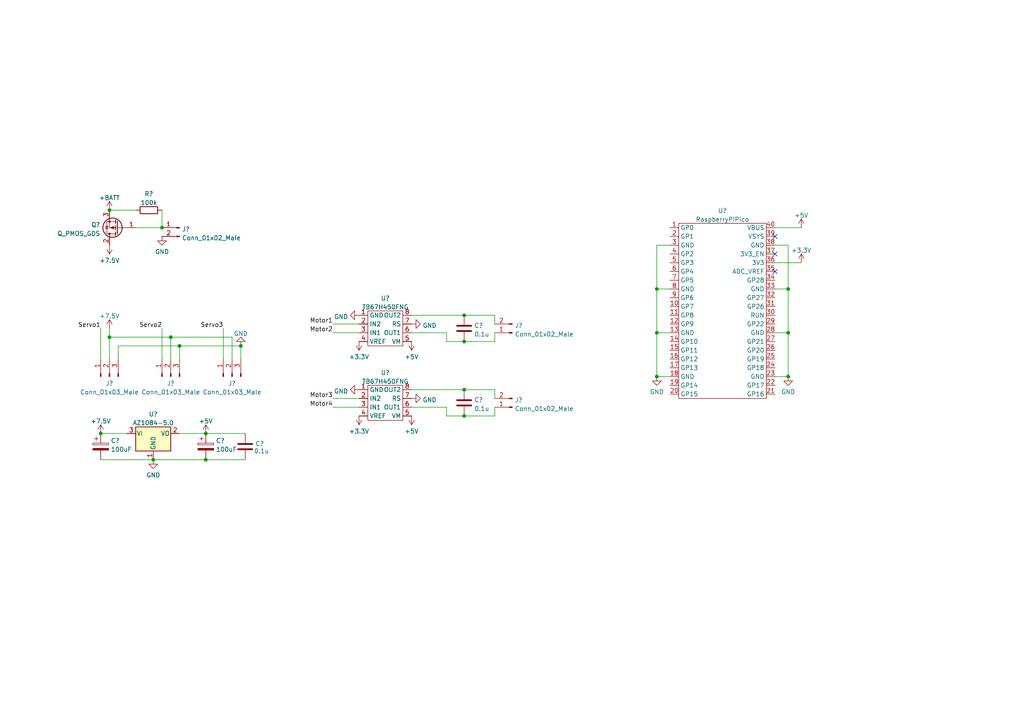
<source format=kicad_sch>
(kicad_sch (version 20211123) (generator eeschema)
  (paper "A4")
  (lib_symbols
    (symbol "Connector:Conn_01x02_Male" (pin_names (offset 1.016) hide)
      (property "Reference" "J" (at 0 2.54 0))
      (property "Value" "Conn_01x02_Male" (at 0 -5.08 0))
      (symbol "Conn_01x02_Male_1_1"
        (polyline (pts (xy 1.27 -2.54) (xy 0.8636 -2.54)) (stroke (width 0.1524)))
        (polyline (pts (xy 1.27 0) (xy 0.8636 0)) (stroke (width 0.1524)))
        (rectangle (start 0.8636 -2.413) (end 0 -2.667) (stroke (width 0.1524)) (fill (type outline)))
        (rectangle (start 0.8636 0.127) (end 0 -0.127) (stroke (width 0.1524)) (fill (type outline)))
        (pin passive line (at 5.08 0 180) (length 3.81) (name "Pin_1") (number "1"))
        (pin passive line (at 5.08 -2.54 180) (length 3.81) (name "Pin_2") (number "2"))
      )
    )
    (symbol "Connector:Conn_01x03_Male" (pin_names (offset 1.016) hide)
      (property "Reference" "J" (at 0 5.08 0))
      (property "Value" "Conn_01x03_Male" (at 0 -5.08 0))
      (symbol "Conn_01x03_Male_1_1"
        (polyline (pts (xy 1.27 -2.54) (xy 0.8636 -2.54)) (stroke (width 0.1524)))
        (polyline (pts (xy 1.27 0) (xy 0.8636 0)) (stroke (width 0.1524)))
        (polyline (pts (xy 1.27 2.54) (xy 0.8636 2.54)) (stroke (width 0.1524)))
        (rectangle (start 0.8636 -2.413) (end 0 -2.667) (stroke (width 0.1524)) (fill (type outline)))
        (rectangle (start 0.8636 0.127) (end 0 -0.127) (stroke (width 0.1524)) (fill (type outline)))
        (rectangle (start 0.8636 2.667) (end 0 2.413) (stroke (width 0.1524)) (fill (type outline)))
        (pin passive line (at 5.08 2.54 180) (length 3.81) (name "Pin_1") (number "1"))
        (pin passive line (at 5.08 0 180) (length 3.81) (name "Pin_2") (number "2"))
        (pin passive line (at 5.08 -2.54 180) (length 3.81) (name "Pin_3") (number "3"))
      )
    )
    (symbol "Device:C" (pin_numbers hide) (pin_names (offset 0.254))
      (property "Reference" "C" (at 0.635 2.54 0))
      (property "Value" "C" (at 0.635 -2.54 0))
      (symbol "C_0_1"
        (polyline (pts (xy -2.032 -0.762) (xy 2.032 -0.762)) (stroke (width 0.508)))
        (polyline (pts (xy -2.032 0.762) (xy 2.032 0.762)) (stroke (width 0.508)))
      )
      (symbol "C_1_1"
        (pin passive line (at 0 3.81 270) (length 2.794) (name "~") (number "1"))
        (pin passive line (at 0 -3.81 90) (length 2.794) (name "~") (number "2"))
      )
    )
    (symbol "Device:C_Polarized" (pin_numbers hide) (pin_names (offset 0.254))
      (property "Reference" "C" (at 0.635 2.54 0))
      (property "Value" "C_Polarized" (at 0.635 -2.54 0))
      (symbol "C_Polarized_0_1"
        (rectangle (start -2.286 0.508) (end 2.286 1.016))
        (polyline (pts (xy -1.778 2.286) (xy -0.762 2.286)))
        (polyline (pts (xy -1.27 2.794) (xy -1.27 1.778)))
        (rectangle (start 2.286 -0.508) (end -2.286 -1.016) (fill (type outline)))
      )
      (symbol "C_Polarized_1_1"
        (pin passive line (at 0 3.81 270) (length 2.794) (name "~") (number "1"))
        (pin passive line (at 0 -3.81 90) (length 2.794) (name "~") (number "2"))
      )
    )
    (symbol "Device:Q_PMOS_GDS" (pin_names (offset 0) hide)
      (property "Reference" "Q" (at 5.08 1.27 0))
      (property "Value" "Q_PMOS_GDS" (at 5.08 -1.27 0))
      (symbol "Q_PMOS_GDS_0_1"
        (polyline (pts (xy 0.254 0) (xy -2.54 0)))
        (polyline (pts (xy 0.254 1.905) (xy 0.254 -1.905)) (stroke (width 0.254)))
        (polyline (pts (xy 0.762 -1.27) (xy 0.762 -2.286)) (stroke (width 0.254)))
        (polyline (pts (xy 0.762 0.508) (xy 0.762 -0.508)) (stroke (width 0.254)))
        (polyline (pts (xy 0.762 2.286) (xy 0.762 1.27)) (stroke (width 0.254)))
        (polyline (pts (xy 2.54 2.54) (xy 2.54 1.778)))
        (polyline (pts (xy 2.54 -2.54) (xy 2.54 0) (xy 0.762 0)))
        (polyline (pts (xy 0.762 1.778) (xy 3.302 1.778) (xy 3.302 -1.778) (xy 0.762 -1.778)))
        (polyline (pts (xy 2.286 0) (xy 1.27 0.381) (xy 1.27 -0.381) (xy 2.286 0)) (fill (type outline)))
        (polyline (pts (xy 2.794 -0.508) (xy 2.921 -0.381) (xy 3.683 -0.381) (xy 3.81 -0.254)))
        (polyline (pts (xy 3.302 -0.381) (xy 2.921 0.254) (xy 3.683 0.254) (xy 3.302 -0.381)))
        (circle (center 1.651 0) (radius 2.794) (stroke (width 0.254)))
        (circle (center 2.54 -1.778) (radius 0.254) (fill (type outline)))
        (circle (center 2.54 1.778) (radius 0.254) (fill (type outline)))
      )
      (symbol "Q_PMOS_GDS_1_1"
        (pin input line (at -5.08 0 0) (length 2.54) (name "G") (number "1"))
        (pin passive line (at 2.54 5.08 270) (length 2.54) (name "D") (number "2"))
        (pin passive line (at 2.54 -5.08 90) (length 2.54) (name "S") (number "3"))
      )
    )
    (symbol "Device:R" (pin_numbers hide) (pin_names (offset 0))
      (property "Reference" "R" (at 2.032 0 90))
      (property "Value" "R" (at 0 0 90))
      (symbol "R_0_1"
        (rectangle (start -1.016 -2.54) (end 1.016 2.54) (stroke (width 0.254)))
      )
      (symbol "R_1_1"
        (pin passive line (at 0 3.81 270) (length 1.27) (name "~") (number "1"))
        (pin passive line (at 0 -3.81 90) (length 1.27) (name "~") (number "2"))
      )
    )
    (symbol "Regulator_Linear:AZ1084-5.0" (pin_names (offset 0.254))
      (property "Reference" "U" (at -3.81 3.175 0))
      (property "Value" "AZ1084-5.0" (at 0 3.175 0))
      (symbol "AZ1084-5.0_0_1"
        (rectangle (start -5.08 1.905) (end 5.08 -5.08) (stroke (width 0.254)) (fill (type background)))
      )
      (symbol "AZ1084-5.0_1_1"
        (pin power_in line (at 0 -7.62 90) (length 2.54) (name "GND") (number "1"))
        (pin power_out line (at 7.62 0 180) (length 2.54) (name "VO") (number "2"))
        (pin power_in line (at -7.62 0 0) (length 2.54) (name "VI") (number "3"))
      )
    )
    (symbol "catchrobo_parts:RaspberryPiPico"
      (property "Reference" "U" (at 0 38.1 0))
      (property "Value" "RaspberryPiPico" (at 0 35.56 0))
      (symbol "RaspberryPiPico_0_1"
        (rectangle (start -12.7 25.4) (end 12.7 -25.4) (stroke (width 0.1524)))
      )
      (symbol "RaspberryPiPico_1_1"
        (pin passive line (at -15.24 24.13 0) (length 2.54) (name "GP0") (number "1"))
        (pin passive line (at -15.24 1.27 0) (length 2.54) (name "GP7") (number "10"))
        (pin passive line (at -15.24 -1.27 0) (length 2.54) (name "GP8") (number "11"))
        (pin passive line (at -15.24 -3.81 0) (length 2.54) (name "GP9") (number "12"))
        (pin passive line (at -15.24 -6.35 0) (length 2.54) (name "GND") (number "13"))
        (pin passive line (at -15.24 -8.89 0) (length 2.54) (name "GP10") (number "14"))
        (pin passive line (at -15.24 -11.43 0) (length 2.54) (name "GP11") (number "15"))
        (pin passive line (at -15.24 -13.97 0) (length 2.54) (name "GP12") (number "16"))
        (pin passive line (at -15.24 -16.51 0) (length 2.54) (name "GP13") (number "17"))
        (pin passive line (at -15.24 -19.05 0) (length 2.54) (name "GND") (number "18"))
        (pin passive line (at -15.24 -21.59 0) (length 2.54) (name "GP14") (number "19"))
        (pin passive line (at -15.24 21.59 0) (length 2.54) (name "GP1") (number "2"))
        (pin passive line (at -15.24 -24.13 0) (length 2.54) (name "GP15") (number "20"))
        (pin passive line (at 15.24 -24.13 180) (length 2.54) (name "GP16") (number "21"))
        (pin passive line (at 15.24 -21.59 180) (length 2.54) (name "GP17") (number "22"))
        (pin passive line (at 15.24 -19.05 180) (length 2.54) (name "GND") (number "23"))
        (pin passive line (at 15.24 -16.51 180) (length 2.54) (name "GP18") (number "24"))
        (pin passive line (at 15.24 -13.97 180) (length 2.54) (name "GP19") (number "25"))
        (pin passive line (at 15.24 -11.43 180) (length 2.54) (name "GP20") (number "26"))
        (pin passive line (at 15.24 -8.89 180) (length 2.54) (name "GP21") (number "27"))
        (pin passive line (at 15.24 -6.35 180) (length 2.54) (name "GND") (number "28"))
        (pin passive line (at 15.24 -3.81 180) (length 2.54) (name "GP22") (number "29"))
        (pin passive line (at -15.24 19.05 0) (length 2.54) (name "GND") (number "3"))
        (pin passive line (at 15.24 -1.27 180) (length 2.54) (name "RUN") (number "30"))
        (pin passive line (at 15.24 1.27 180) (length 2.54) (name "GP26") (number "31"))
        (pin passive line (at 15.24 3.81 180) (length 2.54) (name "GP27") (number "32"))
        (pin passive line (at 15.24 6.35 180) (length 2.54) (name "GND") (number "33"))
        (pin passive line (at 15.24 8.89 180) (length 2.54) (name "GP28") (number "34"))
        (pin passive line (at 15.24 11.43 180) (length 2.54) (name "ADC_VREF") (number "35"))
        (pin passive line (at 15.24 13.97 180) (length 2.54) (name "3V3") (number "36"))
        (pin passive line (at 15.24 16.51 180) (length 2.54) (name "3V3_EN") (number "37"))
        (pin passive line (at 15.24 19.05 180) (length 2.54) (name "GND") (number "38"))
        (pin passive line (at 15.24 21.59 180) (length 2.54) (name "VSYS") (number "39"))
        (pin passive line (at -15.24 16.51 0) (length 2.54) (name "GP2") (number "4"))
        (pin passive line (at 15.24 24.13 180) (length 2.54) (name "VBUS") (number "40"))
        (pin passive line (at -15.24 13.97 0) (length 2.54) (name "GP3") (number "5"))
        (pin passive line (at -15.24 11.43 0) (length 2.54) (name "GP4") (number "6"))
        (pin passive line (at -15.24 8.89 0) (length 2.54) (name "GP5") (number "7"))
        (pin passive line (at -15.24 6.35 0) (length 2.54) (name "GND") (number "8"))
        (pin passive line (at -15.24 3.81 0) (length 2.54) (name "GP6") (number "9"))
      )
    )
    (symbol "catchrobo_parts:TB67H450FNG"
      (property "Reference" "U" (at 0 13.97 0))
      (property "Value" "TB67H450FNG" (at 0 11.43 0))
      (symbol "TB67H450FNG_0_1"
        (rectangle (start -5.08 6.35) (end 5.08 -3.81) (stroke (width 0.1524)))
      )
      (symbol "TB67H450FNG_1_1"
        (pin passive line (at -7.62 5.08 0) (length 2.54) (name "GND") (number "1"))
        (pin passive line (at -7.62 2.54 0) (length 2.54) (name "IN2") (number "2"))
        (pin passive line (at -7.62 0 0) (length 2.54) (name "IN1") (number "3"))
        (pin passive line (at -7.62 -2.54 0) (length 2.54) (name "VREF") (number "4"))
        (pin passive line (at 7.62 -2.54 180) (length 2.54) (name "VM") (number "5"))
        (pin passive line (at 7.62 0 180) (length 2.54) (name "OUT1") (number "6"))
        (pin passive line (at 7.62 2.54 180) (length 2.54) (name "RS") (number "7"))
        (pin passive line (at 7.62 5.08 180) (length 2.54) (name "OUT2") (number "8"))
      )
    )
    (symbol "power:+3.3V" (power) (pin_names (offset 0))
      (property "Value" "+3.3V" (at 0 3.556 0))
      (symbol "+3.3V_0_1"
        (polyline (pts (xy -0.762 1.27) (xy 0 2.54)))
        (polyline (pts (xy 0 0) (xy 0 2.54)))
        (polyline (pts (xy 0 2.54) (xy 0.762 1.27)))
      )
      (symbol "+3.3V_1_1"
        (pin power_in line (at 0 0 90) (length 0) hide (name "+3.3V") (number "1"))
      )
    )
    (symbol "power:+5V" (power) (pin_names (offset 0))
      (property "Value" "+5V" (at 0 3.556 0))
      (symbol "+5V_0_1"
        (polyline (pts (xy -0.762 1.27) (xy 0 2.54)))
        (polyline (pts (xy 0 0) (xy 0 2.54)))
        (polyline (pts (xy 0 2.54) (xy 0.762 1.27)))
      )
      (symbol "+5V_1_1"
        (pin power_in line (at 0 0 90) (length 0) hide (name "+5V") (number "1"))
      )
    )
    (symbol "power:+7.5V" (power) (pin_names (offset 0))
      (property "Value" "+7.5V" (at 0 3.556 0))
      (symbol "+7.5V_0_1"
        (polyline (pts (xy -0.762 1.27) (xy 0 2.54)))
        (polyline (pts (xy 0 0) (xy 0 2.54)))
        (polyline (pts (xy 0 2.54) (xy 0.762 1.27)))
      )
      (symbol "+7.5V_1_1"
        (pin power_in line (at 0 0 90) (length 0) hide (name "+7.5V") (number "1"))
      )
    )
    (symbol "power:+BATT" (power) (pin_names (offset 0))
      (property "Value" "+BATT" (at 0 3.556 0))
      (symbol "+BATT_0_1"
        (polyline (pts (xy -0.762 1.27) (xy 0 2.54)))
        (polyline (pts (xy 0 0) (xy 0 2.54)))
        (polyline (pts (xy 0 2.54) (xy 0.762 1.27)))
      )
      (symbol "+BATT_1_1"
        (pin power_in line (at 0 0 90) (length 0) hide (name "+BATT") (number "1"))
      )
    )
    (symbol "power:GND" (power) (pin_names (offset 0))
      (property "Value" "GND" (at 0 -3.81 0))
      (symbol "GND_0_1"
        (polyline (pts (xy 0 0) (xy 0 -1.27) (xy 1.27 -1.27) (xy 0 -2.54) (xy -1.27 -1.27) (xy 0 -1.27)))
      )
      (symbol "GND_1_1"
        (pin power_in line (at 0 0 270) (length 0) hide (name "GND") (number "1"))
      )
    )
  )
  (junction (at 134.62 91.44))
  (junction (at 59.69 133.35))
  (junction (at 134.62 113.03))
  (junction (at 134.62 99.06))
  (junction (at 134.62 120.65))
  (junction (at 49.53 97.79))
  (junction (at 228.6 83.82))
  (junction (at 31.75 60.96))
  (junction (at 190.5 83.82))
  (junction (at 228.6 96.52))
  (junction (at 52.07 100.33))
  (junction (at 31.75 97.79))
  (junction (at 59.69 125.73))
  (junction (at 190.5 96.52))
  (junction (at 29.21 125.73))
  (junction (at 44.45 133.35))
  (junction (at 46.99 66.04))
  (junction (at 69.85 100.33))
  (junction (at 228.6 109.22))
  (junction (at 190.5 109.22))
  (no_connect (at 224.79 78.74))
  (no_connect (at 224.79 68.58))
  (no_connect (at 224.79 73.66))
  (wire (pts (xy 224.79 109.22) (xy 228.6 109.22)))
  (wire (pts (xy 190.5 71.12) (xy 190.5 83.82)))
  (wire (pts (xy 46.99 66.04) (xy 39.37 66.04)))
  (wire (pts (xy 96.52 96.52) (xy 104.14 96.52)))
  (wire (pts (xy 52.07 125.73) (xy 59.69 125.73)))
  (wire (pts (xy 69.85 100.33) (xy 69.85 104.14)))
  (wire (pts (xy 29.21 125.73) (xy 36.83 125.73)))
  (wire (pts (xy 129.54 120.65) (xy 134.62 120.65)))
  (wire (pts (xy 143.51 99.06) (xy 134.62 99.06)))
  (wire (pts (xy 49.53 97.79) (xy 49.53 104.14)))
  (wire (pts (xy 29.21 133.35) (xy 44.45 133.35)))
  (wire (pts (xy 44.45 133.35) (xy 59.69 133.35)))
  (wire (pts (xy 194.31 96.52) (xy 190.5 96.52)))
  (wire (pts (xy 228.6 71.12) (xy 228.6 83.82)))
  (wire (pts (xy 129.54 96.52) (xy 129.54 99.06)))
  (wire (pts (xy 31.75 60.96) (xy 39.37 60.96)))
  (wire (pts (xy 31.75 97.79) (xy 49.53 97.79)))
  (wire (pts (xy 129.54 99.06) (xy 134.62 99.06)))
  (wire (pts (xy 224.79 96.52) (xy 228.6 96.52)))
  (wire (pts (xy 143.51 113.03) (xy 143.51 115.57)))
  (wire (pts (xy 119.38 113.03) (xy 134.62 113.03)))
  (wire (pts (xy 52.07 100.33) (xy 69.85 100.33)))
  (wire (pts (xy 143.51 118.11) (xy 143.51 120.65)))
  (wire (pts (xy 224.79 71.12) (xy 228.6 71.12)))
  (wire (pts (xy 143.51 120.65) (xy 134.62 120.65)))
  (wire (pts (xy 31.75 97.79) (xy 31.75 95.25)))
  (wire (pts (xy 194.31 83.82) (xy 190.5 83.82)))
  (wire (pts (xy 194.31 109.22) (xy 190.5 109.22)))
  (wire (pts (xy 143.51 96.52) (xy 143.51 99.06)))
  (wire (pts (xy 119.38 96.52) (xy 129.54 96.52)))
  (wire (pts (xy 34.29 104.14) (xy 34.29 100.33)))
  (wire (pts (xy 129.54 118.11) (xy 129.54 120.65)))
  (wire (pts (xy 224.79 83.82) (xy 228.6 83.82)))
  (wire (pts (xy 59.69 133.35) (xy 71.12 133.35)))
  (wire (pts (xy 134.62 113.03) (xy 143.51 113.03)))
  (wire (pts (xy 31.75 97.79) (xy 31.75 104.14)))
  (wire (pts (xy 224.79 66.04) (xy 232.41 66.04)))
  (wire (pts (xy 190.5 83.82) (xy 190.5 96.52)))
  (wire (pts (xy 224.79 76.2) (xy 232.41 76.2)))
  (wire (pts (xy 52.07 100.33) (xy 52.07 104.14)))
  (wire (pts (xy 96.52 118.11) (xy 104.14 118.11)))
  (wire (pts (xy 119.38 118.11) (xy 129.54 118.11)))
  (wire (pts (xy 67.31 97.79) (xy 67.31 104.14)))
  (wire (pts (xy 228.6 96.52) (xy 228.6 109.22)))
  (wire (pts (xy 96.52 115.57) (xy 104.14 115.57)))
  (wire (pts (xy 190.5 71.12) (xy 194.31 71.12)))
  (wire (pts (xy 49.53 97.79) (xy 67.31 97.79)))
  (wire (pts (xy 96.52 93.98) (xy 104.14 93.98)))
  (wire (pts (xy 29.21 95.25) (xy 29.21 104.14)))
  (wire (pts (xy 190.5 96.52) (xy 190.5 109.22)))
  (wire (pts (xy 59.69 125.73) (xy 71.12 125.73)))
  (wire (pts (xy 228.6 83.82) (xy 228.6 96.52)))
  (wire (pts (xy 134.62 91.44) (xy 143.51 91.44)))
  (wire (pts (xy 64.77 95.25) (xy 64.77 104.14)))
  (wire (pts (xy 46.99 95.25) (xy 46.99 104.14)))
  (wire (pts (xy 143.51 91.44) (xy 143.51 93.98)))
  (wire (pts (xy 119.38 91.44) (xy 134.62 91.44)))
  (wire (pts (xy 34.29 100.33) (xy 52.07 100.33)))
  (wire (pts (xy 46.99 60.96) (xy 46.99 66.04)))
  (label "Servo2" (at 46.99 95.25 180))
  (label "Motor4" (at 96.52 118.11 180))
  (label "Servo1" (at 29.21 95.25 180))
  (label "Motor2" (at 96.52 96.52 180))
  (label "Motor3" (at 96.52 115.57 180))
  (label "Motor1" (at 96.52 93.98 180))
  (label "Servo3" (at 64.77 95.25 180))
  (symbol (lib_id "Device:C") (at 71.12 129.54 0) (unit 1)
    (property "Reference" "C?" (at 74.041 128.7053 0) (effects (justify left)))
    (property "Value" "0.1u" (at 73.66 130.81 0) (effects (justify left)))
  )
  (symbol (lib_id "power:GND") (at 119.38 115.57 90) (unit 1)
    (property "Reference" "#PWR?" (effects hide))
    (property "Value" "GND" (at 122.555 116.0038 90) (effects (justify right)))
  )
  (symbol (lib_id "power:+5V") (at 59.69 125.73 0) (unit 1)
    (property "Reference" "#PWR?" (effects hide))
    (property "Value" "+5V" (at 59.69 122.1542 0))
  )
  (symbol (lib_id "power:+7.5V") (at 31.75 71.12 180) (unit 1)
    (property "Reference" "#PWR?" (effects hide))
    (property "Value" "+7.5V" (at 31.75 75.5634 0))
  )
  (symbol (lib_id "Device:Q_PMOS_GDS") (at 34.29 66.04 180) (unit 1)
    (property "Reference" "Q?" (at 29.0831 65.2053 0) (effects (justify left)))
    (property "Value" "Q_PMOS_GDS" (at 29.0831 67.7422 0) (effects (justify left)))
  )
  (symbol (lib_id "Connector:Conn_01x03_Male") (at 49.53 109.22 90) (unit 1)
    (property "Reference" "J?" (at 49.53 111.1996 90))
    (property "Value" "Conn_01x03_Male" (at 49.53 113.7365 90))
  )
  (symbol (lib_id "Connector:Conn_01x02_Male") (at 148.59 118.11 180) (unit 1)
    (property "Reference" "J?" (at 149.3012 116.0053 0) (effects (justify right)))
    (property "Value" "Conn_01x02_Male" (at 149.3012 118.5422 0) (effects (justify right)))
  )
  (symbol (lib_id "power:+7.5V") (at 29.21 125.73 0) (unit 1)
    (property "Reference" "#PWR?" (effects hide))
    (property "Value" "+7.5V" (at 29.21 122.1542 0))
  )
  (symbol (lib_id "power:+5V") (at 119.38 99.06 180) (unit 1)
    (property "Reference" "#PWR?" (effects hide))
    (property "Value" "+5V" (at 119.38 103.5034 0))
  )
  (symbol (lib_id "Device:C") (at 134.62 95.25 0) (unit 1)
    (property "Reference" "C?" (at 137.541 94.4153 0) (effects (justify left)))
    (property "Value" "0.1u" (at 137.541 96.9522 0) (effects (justify left)))
  )
  (symbol (lib_id "Device:C_Polarized") (at 29.21 129.54 0) (unit 1)
    (property "Reference" "C?" (at 32.131 127.8163 0) (effects (justify left)))
    (property "Value" "100uF" (at 32.131 130.3532 0) (effects (justify left)))
  )
  (symbol (lib_id "power:GND") (at 46.99 68.58 0) (unit 1)
    (property "Reference" "#PWR?" (effects hide))
    (property "Value" "GND" (at 46.99 73.0234 0))
  )
  (symbol (lib_id "Connector:Conn_01x02_Male") (at 52.07 66.04 0) (mirror y) (unit 1)
    (property "Reference" "J?" (at 52.7812 66.4753 0) (effects (justify right)))
    (property "Value" "Conn_01x02_Male" (at 52.7812 69.0122 0) (effects (justify right)))
  )
  (symbol (lib_id "power:GND") (at 119.38 93.98 90) (unit 1)
    (property "Reference" "#PWR?" (effects hide))
    (property "Value" "GND" (at 122.555 94.4138 90) (effects (justify right)))
  )
  (symbol (lib_id "catchrobo_parts:TB67H450FNG") (at 111.76 96.52 0) (unit 1)
    (property "Reference" "U?" (at 111.76 86.521 0))
    (property "Value" "TB67H450FNG" (at 111.76 89.0579 0))
  )
  (symbol (lib_id "Device:C") (at 134.62 116.84 0) (unit 1)
    (property "Reference" "C?" (at 137.541 116.0053 0) (effects (justify left)))
    (property "Value" "0.1u" (at 137.541 118.5422 0) (effects (justify left)))
  )
  (symbol (lib_id "power:+7.5V") (at 31.75 95.25 0) (unit 1)
    (property "Reference" "#PWR?" (effects hide))
    (property "Value" "+7.5V" (at 31.75 91.6742 0))
  )
  (symbol (lib_id "power:GND") (at 69.85 100.33 180) (unit 1)
    (property "Reference" "#PWR?" (effects hide))
    (property "Value" "GND" (at 69.85 96.7542 0))
  )
  (symbol (lib_id "power:GND") (at 228.6 109.22 0) (unit 1)
    (property "Reference" "#PWR?" (effects hide))
    (property "Value" "GND" (at 228.6 113.6634 0))
  )
  (symbol (lib_id "power:+5V") (at 232.41 66.04 0) (unit 1)
    (property "Reference" "#PWR?" (effects hide))
    (property "Value" "+5V" (at 232.41 62.4642 0))
  )
  (symbol (lib_id "Connector:Conn_01x03_Male") (at 31.75 109.22 90) (unit 1)
    (property "Reference" "J?" (at 31.75 111.1996 90))
    (property "Value" "Conn_01x03_Male" (at 31.75 113.7365 90))
  )
  (symbol (lib_id "power:+BATT") (at 31.75 60.96 0) (unit 1)
    (property "Reference" "#PWR0101" (effects hide))
    (property "Value" "+BATT" (at 31.75 57.3842 0))
  )
  (symbol (lib_id "power:+3.3V") (at 232.41 76.2 0) (unit 1)
    (property "Reference" "#PWR?" (effects hide))
    (property "Value" "+3.3V" (at 232.41 72.6242 0))
  )
  (symbol (lib_id "catchrobo_parts:RaspberryPiPico") (at 209.55 90.17 0) (unit 1)
    (property "Reference" "U?" (at 209.55 61.121 0))
    (property "Value" "RaspberryPiPico" (at 209.55 63.6579 0))
  )
  (symbol (lib_id "Connector:Conn_01x02_Male") (at 148.59 96.52 180) (unit 1)
    (property "Reference" "J?" (at 149.3012 94.4153 0) (effects (justify right)))
    (property "Value" "Conn_01x02_Male" (at 149.3012 96.9522 0) (effects (justify right)))
  )
  (symbol (lib_id "Device:C_Polarized") (at 59.69 129.54 0) (unit 1)
    (property "Reference" "C?" (at 62.611 127.8163 0) (effects (justify left)))
    (property "Value" "100uF" (at 62.611 130.3532 0) (effects (justify left)))
  )
  (symbol (lib_id "Connector:Conn_01x03_Male") (at 67.31 109.22 90) (unit 1)
    (property "Reference" "J?" (at 67.31 111.1996 90))
    (property "Value" "Conn_01x03_Male" (at 67.31 113.7365 90))
  )
  (symbol (lib_id "power:+5V") (at 119.38 120.65 180) (unit 1)
    (property "Reference" "#PWR?" (effects hide))
    (property "Value" "+5V" (at 119.38 125.0934 0))
  )
  (symbol (lib_id "Device:R") (at 43.18 60.96 90) (unit 1)
    (property "Reference" "R?" (at 43.18 56.2442 90))
    (property "Value" "100k" (at 43.18 58.7811 90))
  )
  (symbol (lib_id "catchrobo_parts:TB67H450FNG") (at 111.76 118.11 0) (unit 1)
    (property "Reference" "U?" (at 111.76 108.111 0))
    (property "Value" "TB67H450FNG" (at 111.76 110.6479 0))
  )
  (symbol (lib_id "power:GND") (at 104.14 113.03 270) (unit 1)
    (property "Reference" "#PWR?" (effects hide))
    (property "Value" "GND" (at 100.9651 113.4638 90) (effects (justify right)))
  )
  (symbol (lib_id "power:GND") (at 44.45 133.35 0) (unit 1)
    (property "Reference" "#PWR?" (effects hide))
    (property "Value" "GND" (at 44.45 137.7934 0))
  )
  (symbol (lib_id "power:+3.3V") (at 104.14 120.65 180) (unit 1)
    (property "Reference" "#PWR?" (effects hide))
    (property "Value" "+3.3V" (at 104.14 125.0934 0))
  )
  (symbol (lib_id "power:GND") (at 104.14 91.44 270) (unit 1)
    (property "Reference" "#PWR?" (effects hide))
    (property "Value" "GND" (at 100.9651 91.8738 90) (effects (justify right)))
  )
  (symbol (lib_id "power:GND") (at 190.5 109.22 0) (unit 1)
    (property "Reference" "#PWR?" (effects hide))
    (property "Value" "GND" (at 190.5 113.6634 0))
  )
  (symbol (lib_id "power:+3.3V") (at 104.14 99.06 180) (unit 1)
    (property "Reference" "#PWR?" (effects hide))
    (property "Value" "+3.3V" (at 104.14 103.5034 0))
  )
  (symbol (lib_id "Regulator_Linear:AZ1084-5.0") (at 44.45 125.73 0) (unit 1)
    (property "Reference" "U?" (at 44.45 120.1252 0))
    (property "Value" "AZ1084-5.0" (at 44.45 122.6621 0))
    (property "Datasheet" "https://www.diodes.com/assets/Datasheets/AZ1084.pdf" (effects hide))
  )
)
</source>
